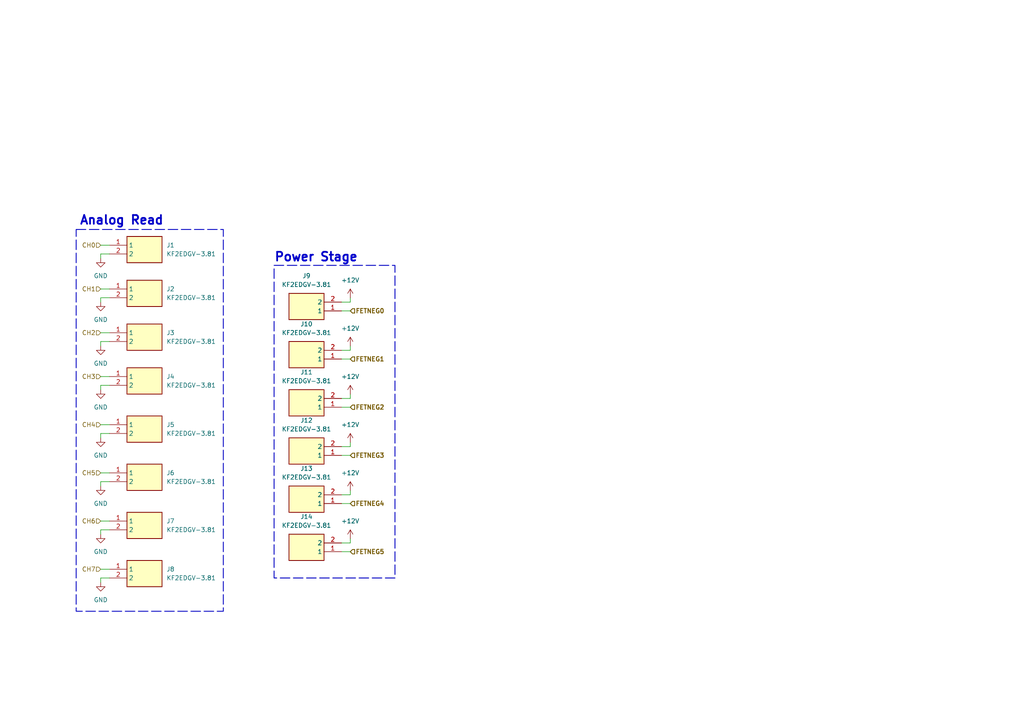
<source format=kicad_sch>
(kicad_sch
	(version 20231120)
	(generator "eeschema")
	(generator_version "8.0")
	(uuid "ebe01131-17f9-40af-b548-0f5add3ddfe6")
	(paper "A4")
	(title_block
		(title "BioReactify Master")
		(rev "400")
		(comment 1 "Controller & Measurement Board")
		(comment 2 "Alexis Saldivar")
	)
	(lib_symbols
		(symbol "SamacSys_Parts:KF2EDGV-3.81"
			(exclude_from_sim no)
			(in_bom yes)
			(on_board yes)
			(property "Reference" "J"
				(at 16.51 7.62 0)
				(effects
					(font
						(size 1.27 1.27)
					)
					(justify left top)
				)
			)
			(property "Value" "KF2EDGV-3.81"
				(at 16.51 5.08 0)
				(effects
					(font
						(size 1.27 1.27)
					)
					(justify left top)
				)
			)
			(property "Footprint" "SHDR2W80P0X381_1X2_862X700X920P"
				(at 16.51 -94.92 0)
				(effects
					(font
						(size 1.27 1.27)
					)
					(justify left top)
					(hide yes)
				)
			)
			(property "Datasheet" ""
				(at 16.51 -194.92 0)
				(effects
					(font
						(size 1.27 1.27)
					)
					(justify left top)
					(hide yes)
				)
			)
			(property "Description" "2 position header"
				(at 0 0 0)
				(effects
					(font
						(size 1.27 1.27)
					)
					(hide yes)
				)
			)
			(property "Height" "9.2"
				(at 16.51 -394.92 0)
				(effects
					(font
						(size 1.27 1.27)
					)
					(justify left top)
					(hide yes)
				)
			)
			(property "Manufacturer_Name" "CIXI KEFA ELECTRONICS"
				(at 16.51 -494.92 0)
				(effects
					(font
						(size 1.27 1.27)
					)
					(justify left top)
					(hide yes)
				)
			)
			(property "Manufacturer_Part_Number" "KF2EDGV-3.81"
				(at 16.51 -594.92 0)
				(effects
					(font
						(size 1.27 1.27)
					)
					(justify left top)
					(hide yes)
				)
			)
			(property "Mouser Part Number" ""
				(at 16.51 -694.92 0)
				(effects
					(font
						(size 1.27 1.27)
					)
					(justify left top)
					(hide yes)
				)
			)
			(property "Mouser Price/Stock" ""
				(at 16.51 -794.92 0)
				(effects
					(font
						(size 1.27 1.27)
					)
					(justify left top)
					(hide yes)
				)
			)
			(property "Arrow Part Number" ""
				(at 16.51 -894.92 0)
				(effects
					(font
						(size 1.27 1.27)
					)
					(justify left top)
					(hide yes)
				)
			)
			(property "Arrow Price/Stock" ""
				(at 16.51 -994.92 0)
				(effects
					(font
						(size 1.27 1.27)
					)
					(justify left top)
					(hide yes)
				)
			)
			(symbol "KF2EDGV-3.81_1_1"
				(rectangle
					(start 5.08 2.54)
					(end 15.24 -5.08)
					(stroke
						(width 0.254)
						(type default)
					)
					(fill
						(type background)
					)
				)
				(pin passive line
					(at 0 0 0)
					(length 5.08)
					(name "1"
						(effects
							(font
								(size 1.27 1.27)
							)
						)
					)
					(number "1"
						(effects
							(font
								(size 1.27 1.27)
							)
						)
					)
				)
				(pin passive line
					(at 0 -2.54 0)
					(length 5.08)
					(name "2"
						(effects
							(font
								(size 1.27 1.27)
							)
						)
					)
					(number "2"
						(effects
							(font
								(size 1.27 1.27)
							)
						)
					)
				)
			)
		)
		(symbol "power:+12V"
			(power)
			(pin_numbers hide)
			(pin_names
				(offset 0) hide)
			(exclude_from_sim no)
			(in_bom yes)
			(on_board yes)
			(property "Reference" "#PWR"
				(at 0 -3.81 0)
				(effects
					(font
						(size 1.27 1.27)
					)
					(hide yes)
				)
			)
			(property "Value" "+12V"
				(at 0 3.556 0)
				(effects
					(font
						(size 1.27 1.27)
					)
				)
			)
			(property "Footprint" ""
				(at 0 0 0)
				(effects
					(font
						(size 1.27 1.27)
					)
					(hide yes)
				)
			)
			(property "Datasheet" ""
				(at 0 0 0)
				(effects
					(font
						(size 1.27 1.27)
					)
					(hide yes)
				)
			)
			(property "Description" "Power symbol creates a global label with name \"+12V\""
				(at 0 0 0)
				(effects
					(font
						(size 1.27 1.27)
					)
					(hide yes)
				)
			)
			(property "ki_keywords" "global power"
				(at 0 0 0)
				(effects
					(font
						(size 1.27 1.27)
					)
					(hide yes)
				)
			)
			(symbol "+12V_0_1"
				(polyline
					(pts
						(xy -0.762 1.27) (xy 0 2.54)
					)
					(stroke
						(width 0)
						(type default)
					)
					(fill
						(type none)
					)
				)
				(polyline
					(pts
						(xy 0 0) (xy 0 2.54)
					)
					(stroke
						(width 0)
						(type default)
					)
					(fill
						(type none)
					)
				)
				(polyline
					(pts
						(xy 0 2.54) (xy 0.762 1.27)
					)
					(stroke
						(width 0)
						(type default)
					)
					(fill
						(type none)
					)
				)
			)
			(symbol "+12V_1_1"
				(pin power_in line
					(at 0 0 90)
					(length 0)
					(name "~"
						(effects
							(font
								(size 1.27 1.27)
							)
						)
					)
					(number "1"
						(effects
							(font
								(size 1.27 1.27)
							)
						)
					)
				)
			)
		)
		(symbol "power:GND"
			(power)
			(pin_numbers hide)
			(pin_names
				(offset 0) hide)
			(exclude_from_sim no)
			(in_bom yes)
			(on_board yes)
			(property "Reference" "#PWR"
				(at 0 -6.35 0)
				(effects
					(font
						(size 1.27 1.27)
					)
					(hide yes)
				)
			)
			(property "Value" "GND"
				(at 0 -3.81 0)
				(effects
					(font
						(size 1.27 1.27)
					)
				)
			)
			(property "Footprint" ""
				(at 0 0 0)
				(effects
					(font
						(size 1.27 1.27)
					)
					(hide yes)
				)
			)
			(property "Datasheet" ""
				(at 0 0 0)
				(effects
					(font
						(size 1.27 1.27)
					)
					(hide yes)
				)
			)
			(property "Description" "Power symbol creates a global label with name \"GND\" , ground"
				(at 0 0 0)
				(effects
					(font
						(size 1.27 1.27)
					)
					(hide yes)
				)
			)
			(property "ki_keywords" "global power"
				(at 0 0 0)
				(effects
					(font
						(size 1.27 1.27)
					)
					(hide yes)
				)
			)
			(symbol "GND_0_1"
				(polyline
					(pts
						(xy 0 0) (xy 0 -1.27) (xy 1.27 -1.27) (xy 0 -2.54) (xy -1.27 -1.27) (xy 0 -1.27)
					)
					(stroke
						(width 0)
						(type default)
					)
					(fill
						(type none)
					)
				)
			)
			(symbol "GND_1_1"
				(pin power_in line
					(at 0 0 270)
					(length 0)
					(name "~"
						(effects
							(font
								(size 1.27 1.27)
							)
						)
					)
					(number "1"
						(effects
							(font
								(size 1.27 1.27)
							)
						)
					)
				)
			)
		)
	)
	(wire
		(pts
			(xy 29.21 151.13) (xy 31.75 151.13)
		)
		(stroke
			(width 0)
			(type default)
		)
		(uuid "0559c115-574d-45f2-90b2-642040d1c8aa")
	)
	(wire
		(pts
			(xy 29.21 165.1) (xy 31.75 165.1)
		)
		(stroke
			(width 0)
			(type default)
		)
		(uuid "08285eb6-3be1-4d4a-9750-a424b1a5874c")
	)
	(wire
		(pts
			(xy 99.06 129.54) (xy 101.6 129.54)
		)
		(stroke
			(width 0)
			(type default)
		)
		(uuid "10cf836e-e977-42b0-bdec-76f90e13ac22")
	)
	(wire
		(pts
			(xy 99.06 146.05) (xy 101.6 146.05)
		)
		(stroke
			(width 0)
			(type default)
		)
		(uuid "11ad5c5a-b4cd-40f2-9c72-517187c9a1b5")
	)
	(wire
		(pts
			(xy 101.6 86.36) (xy 101.6 87.63)
		)
		(stroke
			(width 0)
			(type default)
		)
		(uuid "357236be-ff59-473d-aa36-3f39f7080942")
	)
	(wire
		(pts
			(xy 29.21 71.12) (xy 31.75 71.12)
		)
		(stroke
			(width 0)
			(type default)
		)
		(uuid "35abc6f8-0243-4878-a331-c866abfd48d1")
	)
	(wire
		(pts
			(xy 99.06 143.51) (xy 101.6 143.51)
		)
		(stroke
			(width 0)
			(type default)
		)
		(uuid "369fb501-14b1-4906-b607-de8d7eb5b46c")
	)
	(wire
		(pts
			(xy 29.21 111.76) (xy 29.21 113.03)
		)
		(stroke
			(width 0)
			(type default)
		)
		(uuid "402e56f5-cb73-44e4-93c6-6093a6a02d40")
	)
	(wire
		(pts
			(xy 29.21 167.64) (xy 29.21 168.91)
		)
		(stroke
			(width 0)
			(type default)
		)
		(uuid "4824b2f3-d6c9-41c6-acde-f9068da6795d")
	)
	(wire
		(pts
			(xy 29.21 125.73) (xy 29.21 127)
		)
		(stroke
			(width 0)
			(type default)
		)
		(uuid "51cbb8c7-cc7d-4219-a37f-ffa7af70b63e")
	)
	(wire
		(pts
			(xy 29.21 96.52) (xy 31.75 96.52)
		)
		(stroke
			(width 0)
			(type default)
		)
		(uuid "53fd6815-bd5a-4600-be33-462865acc43c")
	)
	(wire
		(pts
			(xy 29.21 139.7) (xy 29.21 140.97)
		)
		(stroke
			(width 0)
			(type default)
		)
		(uuid "5991ba6f-e471-4412-8421-383eaa660731")
	)
	(wire
		(pts
			(xy 31.75 111.76) (xy 29.21 111.76)
		)
		(stroke
			(width 0)
			(type default)
		)
		(uuid "5a1422da-8a80-4212-8b79-ccbcf734cd6d")
	)
	(wire
		(pts
			(xy 31.75 125.73) (xy 29.21 125.73)
		)
		(stroke
			(width 0)
			(type default)
		)
		(uuid "624ea20a-be9f-4551-8a05-1ced20805c00")
	)
	(wire
		(pts
			(xy 29.21 86.36) (xy 29.21 87.63)
		)
		(stroke
			(width 0)
			(type default)
		)
		(uuid "635b8b10-c6ce-428c-ab80-dc934b6cecdf")
	)
	(wire
		(pts
			(xy 31.75 139.7) (xy 29.21 139.7)
		)
		(stroke
			(width 0)
			(type default)
		)
		(uuid "639b6819-b878-4de3-b8b0-0c0dc923fc9f")
	)
	(wire
		(pts
			(xy 31.75 167.64) (xy 29.21 167.64)
		)
		(stroke
			(width 0)
			(type default)
		)
		(uuid "6d00e918-8044-4362-938a-80a79e3e1d90")
	)
	(wire
		(pts
			(xy 29.21 99.06) (xy 29.21 100.33)
		)
		(stroke
			(width 0)
			(type default)
		)
		(uuid "75376ba0-0ba6-4628-bc6f-aa73254bb404")
	)
	(wire
		(pts
			(xy 99.06 101.6) (xy 101.6 101.6)
		)
		(stroke
			(width 0)
			(type default)
		)
		(uuid "75c29254-3b93-4b72-93b5-d894b6e490b4")
	)
	(wire
		(pts
			(xy 99.06 90.17) (xy 101.6 90.17)
		)
		(stroke
			(width 0)
			(type default)
		)
		(uuid "7ec5c0b2-22f7-46a0-8611-1f7bae6282aa")
	)
	(wire
		(pts
			(xy 99.06 87.63) (xy 101.6 87.63)
		)
		(stroke
			(width 0)
			(type default)
		)
		(uuid "81a2e8a6-727b-4cb2-965a-a5e387d72ccf")
	)
	(wire
		(pts
			(xy 31.75 153.67) (xy 29.21 153.67)
		)
		(stroke
			(width 0)
			(type default)
		)
		(uuid "81cd95bb-6dbb-4c5d-b811-cfbe77ef7253")
	)
	(wire
		(pts
			(xy 31.75 99.06) (xy 29.21 99.06)
		)
		(stroke
			(width 0)
			(type default)
		)
		(uuid "89a9fe3d-8f55-42aa-80d6-81ef936eaf37")
	)
	(wire
		(pts
			(xy 29.21 153.67) (xy 29.21 154.94)
		)
		(stroke
			(width 0)
			(type default)
		)
		(uuid "8ec2c9a8-80ea-4b3c-9d65-2c404687d27a")
	)
	(wire
		(pts
			(xy 99.06 115.57) (xy 101.6 115.57)
		)
		(stroke
			(width 0)
			(type default)
		)
		(uuid "9cf8a10f-ee0e-44f4-ae72-1257ce17a42c")
	)
	(wire
		(pts
			(xy 29.21 123.19) (xy 31.75 123.19)
		)
		(stroke
			(width 0)
			(type default)
		)
		(uuid "abddb0ad-cb10-4e40-9709-d63540395cae")
	)
	(wire
		(pts
			(xy 29.21 109.22) (xy 31.75 109.22)
		)
		(stroke
			(width 0)
			(type default)
		)
		(uuid "b3f0f895-29fa-413d-a6b0-1664d4f70c93")
	)
	(wire
		(pts
			(xy 101.6 128.27) (xy 101.6 129.54)
		)
		(stroke
			(width 0)
			(type default)
		)
		(uuid "b90b042a-17db-46d1-8521-125e8d9ec69a")
	)
	(wire
		(pts
			(xy 99.06 104.14) (xy 101.6 104.14)
		)
		(stroke
			(width 0)
			(type default)
		)
		(uuid "bbc6e428-3693-491e-bbd4-7b1b5f4a536a")
	)
	(wire
		(pts
			(xy 101.6 114.3) (xy 101.6 115.57)
		)
		(stroke
			(width 0)
			(type default)
		)
		(uuid "be4650cb-4244-42f9-966f-53b5d56866cf")
	)
	(wire
		(pts
			(xy 101.6 142.24) (xy 101.6 143.51)
		)
		(stroke
			(width 0)
			(type default)
		)
		(uuid "be8c679f-82da-4b5b-a2d6-5c0de39d3aea")
	)
	(wire
		(pts
			(xy 29.21 83.82) (xy 31.75 83.82)
		)
		(stroke
			(width 0)
			(type default)
		)
		(uuid "beafcbe7-b4a5-44a4-9f2a-74998b23efb3")
	)
	(wire
		(pts
			(xy 31.75 86.36) (xy 29.21 86.36)
		)
		(stroke
			(width 0)
			(type default)
		)
		(uuid "c40b86df-fa1b-4acf-a8c1-904ef5461f3e")
	)
	(wire
		(pts
			(xy 99.06 132.08) (xy 101.6 132.08)
		)
		(stroke
			(width 0)
			(type default)
		)
		(uuid "ce38bb41-2b25-46af-b1b8-128ed9023af3")
	)
	(wire
		(pts
			(xy 99.06 118.11) (xy 101.6 118.11)
		)
		(stroke
			(width 0)
			(type default)
		)
		(uuid "e65d0641-cd21-4cb4-a045-3feb8c512d81")
	)
	(wire
		(pts
			(xy 31.75 73.66) (xy 29.21 73.66)
		)
		(stroke
			(width 0)
			(type default)
		)
		(uuid "e690e973-c94f-4b00-80a4-25ae0b302b07")
	)
	(wire
		(pts
			(xy 99.06 160.02) (xy 101.6 160.02)
		)
		(stroke
			(width 0)
			(type default)
		)
		(uuid "e950c823-e9a4-41c6-a7b9-9f1be9691529")
	)
	(wire
		(pts
			(xy 101.6 156.21) (xy 101.6 157.48)
		)
		(stroke
			(width 0)
			(type default)
		)
		(uuid "edd5aaed-81ad-43da-8b3a-c3df52763d59")
	)
	(wire
		(pts
			(xy 29.21 73.66) (xy 29.21 74.93)
		)
		(stroke
			(width 0)
			(type default)
		)
		(uuid "efd74fef-c075-4331-8654-a9d6628a3c36")
	)
	(wire
		(pts
			(xy 99.06 157.48) (xy 101.6 157.48)
		)
		(stroke
			(width 0)
			(type default)
		)
		(uuid "f2087c99-fb8c-4d6a-b4a3-9db34f1ea74d")
	)
	(wire
		(pts
			(xy 101.6 100.33) (xy 101.6 101.6)
		)
		(stroke
			(width 0)
			(type default)
		)
		(uuid "f567bb29-faaa-4550-933f-310d1a937320")
	)
	(wire
		(pts
			(xy 29.21 137.16) (xy 31.75 137.16)
		)
		(stroke
			(width 0)
			(type default)
		)
		(uuid "fcc70b7c-9b10-4bbb-aa10-2831ff582799")
	)
	(rectangle
		(start 22.098 66.548)
		(end 64.77 177.292)
		(stroke
			(width 0.254)
			(type dash)
		)
		(fill
			(type none)
		)
		(uuid 4666af80-ef20-47d3-bb3e-80cde7dd3fbb)
	)
	(rectangle
		(start 79.502 76.962)
		(end 114.554 167.64)
		(stroke
			(width 0.254)
			(type dash)
		)
		(fill
			(type none)
		)
		(uuid 8a3246ce-b4f4-47b3-8012-ab5b135f6170)
	)
	(text "Power Stage"
		(exclude_from_sim no)
		(at 91.694 74.676 0)
		(effects
			(font
				(size 2.54 2.54)
				(bold yes)
			)
		)
		(uuid "34433fc2-7983-47da-a8e5-7e19a5f9eab3")
	)
	(text "Analog Read"
		(exclude_from_sim no)
		(at 35.306 64.008 0)
		(effects
			(font
				(size 2.54 2.54)
				(thickness 0.508)
				(bold yes)
			)
		)
		(uuid "d9d37eab-7490-4e1f-ab43-e59a15a1a009")
	)
	(hierarchical_label "CH5"
		(shape input)
		(at 29.21 137.16 180)
		(fields_autoplaced yes)
		(effects
			(font
				(size 1.27 1.27)
			)
			(justify right)
		)
		(uuid "07e5d89f-ccb1-4397-923a-0f3bd42f6962")
	)
	(hierarchical_label "FETNEG4"
		(shape input)
		(at 101.6 146.05 0)
		(fields_autoplaced yes)
		(effects
			(font
				(size 1.27 1.27)
				(bold yes)
			)
			(justify left)
		)
		(uuid "0cbfc819-ba99-4221-a321-dd499ad96ba9")
	)
	(hierarchical_label "FETNEG2"
		(shape input)
		(at 101.6 118.11 0)
		(fields_autoplaced yes)
		(effects
			(font
				(size 1.27 1.27)
				(bold yes)
			)
			(justify left)
		)
		(uuid "11d9caa3-9182-4564-a4cb-bca0d03c4cc7")
	)
	(hierarchical_label "FETNEG5"
		(shape input)
		(at 101.6 160.02 0)
		(fields_autoplaced yes)
		(effects
			(font
				(size 1.27 1.27)
				(bold yes)
			)
			(justify left)
		)
		(uuid "2d74318c-66cc-4c48-94a4-7a99670ed5bd")
	)
	(hierarchical_label "CH7"
		(shape input)
		(at 29.21 165.1 180)
		(fields_autoplaced yes)
		(effects
			(font
				(size 1.27 1.27)
			)
			(justify right)
		)
		(uuid "33abf032-56a8-4d5f-ad36-951286d44de3")
	)
	(hierarchical_label "FETNEG3"
		(shape input)
		(at 101.6 132.08 0)
		(fields_autoplaced yes)
		(effects
			(font
				(size 1.27 1.27)
				(bold yes)
			)
			(justify left)
		)
		(uuid "38c7dbde-a908-419c-9061-797f0f743017")
	)
	(hierarchical_label "CH0"
		(shape input)
		(at 29.21 71.12 180)
		(fields_autoplaced yes)
		(effects
			(font
				(size 1.27 1.27)
			)
			(justify right)
		)
		(uuid "6c7e5c33-a55e-47af-9ed7-68eb71785b8f")
	)
	(hierarchical_label "FETNEG1"
		(shape input)
		(at 101.6 104.14 0)
		(fields_autoplaced yes)
		(effects
			(font
				(size 1.27 1.27)
				(bold yes)
			)
			(justify left)
		)
		(uuid "85029c0e-6836-4605-8f04-5f02b6bcc8d0")
	)
	(hierarchical_label "CH1"
		(shape input)
		(at 29.21 83.82 180)
		(fields_autoplaced yes)
		(effects
			(font
				(size 1.27 1.27)
			)
			(justify right)
		)
		(uuid "a81b9bc2-9f25-4d64-b126-6aa5acf6e0d3")
	)
	(hierarchical_label "CH3"
		(shape input)
		(at 29.21 109.22 180)
		(fields_autoplaced yes)
		(effects
			(font
				(size 1.27 1.27)
			)
			(justify right)
		)
		(uuid "ad64cca8-9b55-4700-9bb5-59b69c442001")
	)
	(hierarchical_label "CH4"
		(shape input)
		(at 29.21 123.19 180)
		(fields_autoplaced yes)
		(effects
			(font
				(size 1.27 1.27)
			)
			(justify right)
		)
		(uuid "c271f370-8e80-42b4-b7c9-ce16225ab5ec")
	)
	(hierarchical_label "CH6"
		(shape input)
		(at 29.21 151.13 180)
		(fields_autoplaced yes)
		(effects
			(font
				(size 1.27 1.27)
			)
			(justify right)
		)
		(uuid "c8f005bd-b4d5-4997-ae79-b6d717bef426")
	)
	(hierarchical_label "FETNEG0"
		(shape input)
		(at 101.6 90.17 0)
		(fields_autoplaced yes)
		(effects
			(font
				(size 1.27 1.27)
				(bold yes)
			)
			(justify left)
		)
		(uuid "cc1f14be-b67c-4c65-be25-18d985e4ee6a")
	)
	(hierarchical_label "CH2"
		(shape input)
		(at 29.21 96.52 180)
		(fields_autoplaced yes)
		(effects
			(font
				(size 1.27 1.27)
			)
			(justify right)
		)
		(uuid "dff8de8f-787b-4188-9db7-f7b394c35fc0")
	)
	(symbol
		(lib_id "power:+12V")
		(at 101.6 128.27 0)
		(unit 1)
		(exclude_from_sim no)
		(in_bom yes)
		(on_board yes)
		(dnp no)
		(fields_autoplaced yes)
		(uuid "00d3a455-0b24-4410-9f67-d567041cbd48")
		(property "Reference" "#PWR063"
			(at 101.6 132.08 0)
			(effects
				(font
					(size 1.27 1.27)
				)
				(hide yes)
			)
		)
		(property "Value" "+12V"
			(at 101.6 123.19 0)
			(effects
				(font
					(size 1.27 1.27)
				)
			)
		)
		(property "Footprint" ""
			(at 101.6 128.27 0)
			(effects
				(font
					(size 1.27 1.27)
				)
				(hide yes)
			)
		)
		(property "Datasheet" ""
			(at 101.6 128.27 0)
			(effects
				(font
					(size 1.27 1.27)
				)
				(hide yes)
			)
		)
		(property "Description" "Power symbol creates a global label with name \"+12V\""
			(at 101.6 128.27 0)
			(effects
				(font
					(size 1.27 1.27)
				)
				(hide yes)
			)
		)
		(pin "1"
			(uuid "67df0201-225b-48a0-918f-4a2078e2e845")
		)
		(instances
			(project "BioReactify"
				(path "/f275995d-e5b5-425a-b4cf-d04224d3feca/2cf8564d-f0d4-4280-b491-f7e6c60dc5eb"
					(reference "#PWR063")
					(unit 1)
				)
			)
		)
	)
	(symbol
		(lib_id "SamacSys_Parts:KF2EDGV-3.81")
		(at 31.75 123.19 0)
		(unit 1)
		(exclude_from_sim no)
		(in_bom yes)
		(on_board yes)
		(dnp no)
		(fields_autoplaced yes)
		(uuid "05223401-843d-493f-9df7-385841b8d07b")
		(property "Reference" "J5"
			(at 48.26 123.1899 0)
			(effects
				(font
					(size 1.27 1.27)
				)
				(justify left)
			)
		)
		(property "Value" "KF2EDGV-3.81"
			(at 48.26 125.7299 0)
			(effects
				(font
					(size 1.27 1.27)
				)
				(justify left)
			)
		)
		(property "Footprint" "SamacSys_Parts:SHDR2W80P0X381_1X2_862X700X920P"
			(at 48.26 218.11 0)
			(effects
				(font
					(size 1.27 1.27)
				)
				(justify left top)
				(hide yes)
			)
		)
		(property "Datasheet" ""
			(at 48.26 318.11 0)
			(effects
				(font
					(size 1.27 1.27)
				)
				(justify left top)
				(hide yes)
			)
		)
		(property "Description" "2 position header"
			(at 31.75 123.19 0)
			(effects
				(font
					(size 1.27 1.27)
				)
				(hide yes)
			)
		)
		(property "Height" "9.2"
			(at 48.26 518.11 0)
			(effects
				(font
					(size 1.27 1.27)
				)
				(justify left top)
				(hide yes)
			)
		)
		(property "Manufacturer_Name" "CIXI KEFA ELECTRONICS"
			(at 48.26 618.11 0)
			(effects
				(font
					(size 1.27 1.27)
				)
				(justify left top)
				(hide yes)
			)
		)
		(property "Manufacturer_Part_Number" "KF2EDGV-3.81"
			(at 48.26 718.11 0)
			(effects
				(font
					(size 1.27 1.27)
				)
				(justify left top)
				(hide yes)
			)
		)
		(property "Mouser Part Number" ""
			(at 48.26 818.11 0)
			(effects
				(font
					(size 1.27 1.27)
				)
				(justify left top)
				(hide yes)
			)
		)
		(property "Mouser Price/Stock" ""
			(at 48.26 918.11 0)
			(effects
				(font
					(size 1.27 1.27)
				)
				(justify left top)
				(hide yes)
			)
		)
		(property "Arrow Part Number" ""
			(at 48.26 1018.11 0)
			(effects
				(font
					(size 1.27 1.27)
				)
				(justify left top)
				(hide yes)
			)
		)
		(property "Arrow Price/Stock" ""
			(at 48.26 1118.11 0)
			(effects
				(font
					(size 1.27 1.27)
				)
				(justify left top)
				(hide yes)
			)
		)
		(pin "2"
			(uuid "fc0b0e20-44ca-4f04-be26-51381fe1f39f")
		)
		(pin "1"
			(uuid "7eb5a93e-46ea-4597-bc3e-5ddf89b7f0ec")
		)
		(instances
			(project "BioReactify"
				(path "/f275995d-e5b5-425a-b4cf-d04224d3feca/2cf8564d-f0d4-4280-b491-f7e6c60dc5eb"
					(reference "J5")
					(unit 1)
				)
			)
		)
	)
	(symbol
		(lib_id "power:GND")
		(at 29.21 87.63 0)
		(unit 1)
		(exclude_from_sim no)
		(in_bom yes)
		(on_board yes)
		(dnp no)
		(fields_autoplaced yes)
		(uuid "0eb3001c-3110-4ccf-a0f6-edb1fbf9a0c9")
		(property "Reference" "#PWR053"
			(at 29.21 93.98 0)
			(effects
				(font
					(size 1.27 1.27)
				)
				(hide yes)
			)
		)
		(property "Value" "GND"
			(at 29.21 92.71 0)
			(effects
				(font
					(size 1.27 1.27)
				)
			)
		)
		(property "Footprint" ""
			(at 29.21 87.63 0)
			(effects
				(font
					(size 1.27 1.27)
				)
				(hide yes)
			)
		)
		(property "Datasheet" ""
			(at 29.21 87.63 0)
			(effects
				(font
					(size 1.27 1.27)
				)
				(hide yes)
			)
		)
		(property "Description" "Power symbol creates a global label with name \"GND\" , ground"
			(at 29.21 87.63 0)
			(effects
				(font
					(size 1.27 1.27)
				)
				(hide yes)
			)
		)
		(pin "1"
			(uuid "eb347d17-f277-41ee-9a0a-f54ae02a1d68")
		)
		(instances
			(project "BioReactify"
				(path "/f275995d-e5b5-425a-b4cf-d04224d3feca/2cf8564d-f0d4-4280-b491-f7e6c60dc5eb"
					(reference "#PWR053")
					(unit 1)
				)
			)
		)
	)
	(symbol
		(lib_id "power:GND")
		(at 29.21 168.91 0)
		(unit 1)
		(exclude_from_sim no)
		(in_bom yes)
		(on_board yes)
		(dnp no)
		(fields_autoplaced yes)
		(uuid "0efe0cd2-87cc-4dc8-a61b-3a1c0188f77a")
		(property "Reference" "#PWR059"
			(at 29.21 175.26 0)
			(effects
				(font
					(size 1.27 1.27)
				)
				(hide yes)
			)
		)
		(property "Value" "GND"
			(at 29.21 173.99 0)
			(effects
				(font
					(size 1.27 1.27)
				)
			)
		)
		(property "Footprint" ""
			(at 29.21 168.91 0)
			(effects
				(font
					(size 1.27 1.27)
				)
				(hide yes)
			)
		)
		(property "Datasheet" ""
			(at 29.21 168.91 0)
			(effects
				(font
					(size 1.27 1.27)
				)
				(hide yes)
			)
		)
		(property "Description" "Power symbol creates a global label with name \"GND\" , ground"
			(at 29.21 168.91 0)
			(effects
				(font
					(size 1.27 1.27)
				)
				(hide yes)
			)
		)
		(pin "1"
			(uuid "986b44a1-3349-4a00-a55d-5364d1e57ba6")
		)
		(instances
			(project "BioReactify"
				(path "/f275995d-e5b5-425a-b4cf-d04224d3feca/2cf8564d-f0d4-4280-b491-f7e6c60dc5eb"
					(reference "#PWR059")
					(unit 1)
				)
			)
		)
	)
	(symbol
		(lib_id "power:GND")
		(at 29.21 100.33 0)
		(unit 1)
		(exclude_from_sim no)
		(in_bom yes)
		(on_board yes)
		(dnp no)
		(fields_autoplaced yes)
		(uuid "3491c558-4b5b-421b-8dcd-d55421f4eb9f")
		(property "Reference" "#PWR054"
			(at 29.21 106.68 0)
			(effects
				(font
					(size 1.27 1.27)
				)
				(hide yes)
			)
		)
		(property "Value" "GND"
			(at 29.21 105.41 0)
			(effects
				(font
					(size 1.27 1.27)
				)
			)
		)
		(property "Footprint" ""
			(at 29.21 100.33 0)
			(effects
				(font
					(size 1.27 1.27)
				)
				(hide yes)
			)
		)
		(property "Datasheet" ""
			(at 29.21 100.33 0)
			(effects
				(font
					(size 1.27 1.27)
				)
				(hide yes)
			)
		)
		(property "Description" "Power symbol creates a global label with name \"GND\" , ground"
			(at 29.21 100.33 0)
			(effects
				(font
					(size 1.27 1.27)
				)
				(hide yes)
			)
		)
		(pin "1"
			(uuid "f45ab456-9153-45cf-bb80-3d5fdee7e2b5")
		)
		(instances
			(project "BioReactify"
				(path "/f275995d-e5b5-425a-b4cf-d04224d3feca/2cf8564d-f0d4-4280-b491-f7e6c60dc5eb"
					(reference "#PWR054")
					(unit 1)
				)
			)
		)
	)
	(symbol
		(lib_id "power:GND")
		(at 29.21 140.97 0)
		(unit 1)
		(exclude_from_sim no)
		(in_bom yes)
		(on_board yes)
		(dnp no)
		(fields_autoplaced yes)
		(uuid "59dec870-f53c-4eda-b17a-42900dc0a9c4")
		(property "Reference" "#PWR057"
			(at 29.21 147.32 0)
			(effects
				(font
					(size 1.27 1.27)
				)
				(hide yes)
			)
		)
		(property "Value" "GND"
			(at 29.21 146.05 0)
			(effects
				(font
					(size 1.27 1.27)
				)
			)
		)
		(property "Footprint" ""
			(at 29.21 140.97 0)
			(effects
				(font
					(size 1.27 1.27)
				)
				(hide yes)
			)
		)
		(property "Datasheet" ""
			(at 29.21 140.97 0)
			(effects
				(font
					(size 1.27 1.27)
				)
				(hide yes)
			)
		)
		(property "Description" "Power symbol creates a global label with name \"GND\" , ground"
			(at 29.21 140.97 0)
			(effects
				(font
					(size 1.27 1.27)
				)
				(hide yes)
			)
		)
		(pin "1"
			(uuid "ff0aac33-39be-4f18-bd0a-875d2ac606bc")
		)
		(instances
			(project "BioReactify"
				(path "/f275995d-e5b5-425a-b4cf-d04224d3feca/2cf8564d-f0d4-4280-b491-f7e6c60dc5eb"
					(reference "#PWR057")
					(unit 1)
				)
			)
		)
	)
	(symbol
		(lib_id "SamacSys_Parts:KF2EDGV-3.81")
		(at 99.06 118.11 180)
		(unit 1)
		(exclude_from_sim no)
		(in_bom yes)
		(on_board yes)
		(dnp no)
		(fields_autoplaced yes)
		(uuid "658134e9-6f83-4d41-93a2-abb1ac9f3c4c")
		(property "Reference" "J11"
			(at 88.9 107.95 0)
			(effects
				(font
					(size 1.27 1.27)
				)
			)
		)
		(property "Value" "KF2EDGV-3.81"
			(at 88.9 110.49 0)
			(effects
				(font
					(size 1.27 1.27)
				)
			)
		)
		(property "Footprint" "SamacSys_Parts:SHDR2W80P0X381_1X2_862X700X920P"
			(at 82.55 23.19 0)
			(effects
				(font
					(size 1.27 1.27)
				)
				(justify left top)
				(hide yes)
			)
		)
		(property "Datasheet" ""
			(at 82.55 -76.81 0)
			(effects
				(font
					(size 1.27 1.27)
				)
				(justify left top)
				(hide yes)
			)
		)
		(property "Description" "2 position header"
			(at 99.06 118.11 0)
			(effects
				(font
					(size 1.27 1.27)
				)
				(hide yes)
			)
		)
		(property "Height" "9.2"
			(at 82.55 -276.81 0)
			(effects
				(font
					(size 1.27 1.27)
				)
				(justify left top)
				(hide yes)
			)
		)
		(property "Manufacturer_Name" "CIXI KEFA ELECTRONICS"
			(at 82.55 -376.81 0)
			(effects
				(font
					(size 1.27 1.27)
				)
				(justify left top)
				(hide yes)
			)
		)
		(property "Manufacturer_Part_Number" "KF2EDGV-3.81"
			(at 82.55 -476.81 0)
			(effects
				(font
					(size 1.27 1.27)
				)
				(justify left top)
				(hide yes)
			)
		)
		(property "Mouser Part Number" ""
			(at 82.55 -576.81 0)
			(effects
				(font
					(size 1.27 1.27)
				)
				(justify left top)
				(hide yes)
			)
		)
		(property "Mouser Price/Stock" ""
			(at 82.55 -676.81 0)
			(effects
				(font
					(size 1.27 1.27)
				)
				(justify left top)
				(hide yes)
			)
		)
		(property "Arrow Part Number" ""
			(at 82.55 -776.81 0)
			(effects
				(font
					(size 1.27 1.27)
				)
				(justify left top)
				(hide yes)
			)
		)
		(property "Arrow Price/Stock" ""
			(at 82.55 -876.81 0)
			(effects
				(font
					(size 1.27 1.27)
				)
				(justify left top)
				(hide yes)
			)
		)
		(pin "2"
			(uuid "1111c03f-0d86-425e-9ab0-266bcb982b94")
		)
		(pin "1"
			(uuid "74ae03d6-702f-4ee7-bab1-3dce26bd32a4")
		)
		(instances
			(project "BioReactify"
				(path "/f275995d-e5b5-425a-b4cf-d04224d3feca/2cf8564d-f0d4-4280-b491-f7e6c60dc5eb"
					(reference "J11")
					(unit 1)
				)
			)
		)
	)
	(symbol
		(lib_id "SamacSys_Parts:KF2EDGV-3.81")
		(at 31.75 71.12 0)
		(unit 1)
		(exclude_from_sim no)
		(in_bom yes)
		(on_board yes)
		(dnp no)
		(fields_autoplaced yes)
		(uuid "66d9122d-fe39-49ed-b0b8-04345cf2ab55")
		(property "Reference" "J1"
			(at 48.26 71.1199 0)
			(effects
				(font
					(size 1.27 1.27)
				)
				(justify left)
			)
		)
		(property "Value" "KF2EDGV-3.81"
			(at 48.26 73.6599 0)
			(effects
				(font
					(size 1.27 1.27)
				)
				(justify left)
			)
		)
		(property "Footprint" "SamacSys_Parts:SHDR2W80P0X381_1X2_862X700X920P"
			(at 48.26 166.04 0)
			(effects
				(font
					(size 1.27 1.27)
				)
				(justify left top)
				(hide yes)
			)
		)
		(property "Datasheet" ""
			(at 48.26 266.04 0)
			(effects
				(font
					(size 1.27 1.27)
				)
				(justify left top)
				(hide yes)
			)
		)
		(property "Description" "2 position header"
			(at 31.75 71.12 0)
			(effects
				(font
					(size 1.27 1.27)
				)
				(hide yes)
			)
		)
		(property "Height" "9.2"
			(at 48.26 466.04 0)
			(effects
				(font
					(size 1.27 1.27)
				)
				(justify left top)
				(hide yes)
			)
		)
		(property "Manufacturer_Name" "CIXI KEFA ELECTRONICS"
			(at 48.26 566.04 0)
			(effects
				(font
					(size 1.27 1.27)
				)
				(justify left top)
				(hide yes)
			)
		)
		(property "Manufacturer_Part_Number" "KF2EDGV-3.81"
			(at 48.26 666.04 0)
			(effects
				(font
					(size 1.27 1.27)
				)
				(justify left top)
				(hide yes)
			)
		)
		(property "Mouser Part Number" ""
			(at 48.26 766.04 0)
			(effects
				(font
					(size 1.27 1.27)
				)
				(justify left top)
				(hide yes)
			)
		)
		(property "Mouser Price/Stock" ""
			(at 48.26 866.04 0)
			(effects
				(font
					(size 1.27 1.27)
				)
				(justify left top)
				(hide yes)
			)
		)
		(property "Arrow Part Number" ""
			(at 48.26 966.04 0)
			(effects
				(font
					(size 1.27 1.27)
				)
				(justify left top)
				(hide yes)
			)
		)
		(property "Arrow Price/Stock" ""
			(at 48.26 1066.04 0)
			(effects
				(font
					(size 1.27 1.27)
				)
				(justify left top)
				(hide yes)
			)
		)
		(pin "2"
			(uuid "d93b89f0-d625-4d3e-abdb-095b71c5217d")
		)
		(pin "1"
			(uuid "87b8e132-9cbf-42c2-9adf-0dafd4dc5581")
		)
		(instances
			(project "BioReactify"
				(path "/f275995d-e5b5-425a-b4cf-d04224d3feca/2cf8564d-f0d4-4280-b491-f7e6c60dc5eb"
					(reference "J1")
					(unit 1)
				)
			)
		)
	)
	(symbol
		(lib_id "power:+12V")
		(at 101.6 100.33 0)
		(unit 1)
		(exclude_from_sim no)
		(in_bom yes)
		(on_board yes)
		(dnp no)
		(fields_autoplaced yes)
		(uuid "67035778-27f7-46a9-b1ed-cbf828f7821a")
		(property "Reference" "#PWR061"
			(at 101.6 104.14 0)
			(effects
				(font
					(size 1.27 1.27)
				)
				(hide yes)
			)
		)
		(property "Value" "+12V"
			(at 101.6 95.25 0)
			(effects
				(font
					(size 1.27 1.27)
				)
			)
		)
		(property "Footprint" ""
			(at 101.6 100.33 0)
			(effects
				(font
					(size 1.27 1.27)
				)
				(hide yes)
			)
		)
		(property "Datasheet" ""
			(at 101.6 100.33 0)
			(effects
				(font
					(size 1.27 1.27)
				)
				(hide yes)
			)
		)
		(property "Description" "Power symbol creates a global label with name \"+12V\""
			(at 101.6 100.33 0)
			(effects
				(font
					(size 1.27 1.27)
				)
				(hide yes)
			)
		)
		(pin "1"
			(uuid "eb8d55be-0553-4fb8-a406-8c904c8c78b4")
		)
		(instances
			(project "BioReactify"
				(path "/f275995d-e5b5-425a-b4cf-d04224d3feca/2cf8564d-f0d4-4280-b491-f7e6c60dc5eb"
					(reference "#PWR061")
					(unit 1)
				)
			)
		)
	)
	(symbol
		(lib_id "SamacSys_Parts:KF2EDGV-3.81")
		(at 31.75 137.16 0)
		(unit 1)
		(exclude_from_sim no)
		(in_bom yes)
		(on_board yes)
		(dnp no)
		(fields_autoplaced yes)
		(uuid "6a3fa3f4-164d-4c2c-82ee-2e501923bd2c")
		(property "Reference" "J6"
			(at 48.26 137.1599 0)
			(effects
				(font
					(size 1.27 1.27)
				)
				(justify left)
			)
		)
		(property "Value" "KF2EDGV-3.81"
			(at 48.26 139.6999 0)
			(effects
				(font
					(size 1.27 1.27)
				)
				(justify left)
			)
		)
		(property "Footprint" "SamacSys_Parts:SHDR2W80P0X381_1X2_862X700X920P"
			(at 48.26 232.08 0)
			(effects
				(font
					(size 1.27 1.27)
				)
				(justify left top)
				(hide yes)
			)
		)
		(property "Datasheet" ""
			(at 48.26 332.08 0)
			(effects
				(font
					(size 1.27 1.27)
				)
				(justify left top)
				(hide yes)
			)
		)
		(property "Description" "2 position header"
			(at 31.75 137.16 0)
			(effects
				(font
					(size 1.27 1.27)
				)
				(hide yes)
			)
		)
		(property "Height" "9.2"
			(at 48.26 532.08 0)
			(effects
				(font
					(size 1.27 1.27)
				)
				(justify left top)
				(hide yes)
			)
		)
		(property "Manufacturer_Name" "CIXI KEFA ELECTRONICS"
			(at 48.26 632.08 0)
			(effects
				(font
					(size 1.27 1.27)
				)
				(justify left top)
				(hide yes)
			)
		)
		(property "Manufacturer_Part_Number" "KF2EDGV-3.81"
			(at 48.26 732.08 0)
			(effects
				(font
					(size 1.27 1.27)
				)
				(justify left top)
				(hide yes)
			)
		)
		(property "Mouser Part Number" ""
			(at 48.26 832.08 0)
			(effects
				(font
					(size 1.27 1.27)
				)
				(justify left top)
				(hide yes)
			)
		)
		(property "Mouser Price/Stock" ""
			(at 48.26 932.08 0)
			(effects
				(font
					(size 1.27 1.27)
				)
				(justify left top)
				(hide yes)
			)
		)
		(property "Arrow Part Number" ""
			(at 48.26 1032.08 0)
			(effects
				(font
					(size 1.27 1.27)
				)
				(justify left top)
				(hide yes)
			)
		)
		(property "Arrow Price/Stock" ""
			(at 48.26 1132.08 0)
			(effects
				(font
					(size 1.27 1.27)
				)
				(justify left top)
				(hide yes)
			)
		)
		(pin "2"
			(uuid "9f314e17-e6cc-4290-93b5-1c14615e3a25")
		)
		(pin "1"
			(uuid "caf65ffe-4d76-4dc2-b135-bf4c6b6c0449")
		)
		(instances
			(project "BioReactify"
				(path "/f275995d-e5b5-425a-b4cf-d04224d3feca/2cf8564d-f0d4-4280-b491-f7e6c60dc5eb"
					(reference "J6")
					(unit 1)
				)
			)
		)
	)
	(symbol
		(lib_id "power:GND")
		(at 29.21 113.03 0)
		(unit 1)
		(exclude_from_sim no)
		(in_bom yes)
		(on_board yes)
		(dnp no)
		(fields_autoplaced yes)
		(uuid "6d061fc2-7aa0-4cb8-b378-40742785c947")
		(property "Reference" "#PWR055"
			(at 29.21 119.38 0)
			(effects
				(font
					(size 1.27 1.27)
				)
				(hide yes)
			)
		)
		(property "Value" "GND"
			(at 29.21 118.11 0)
			(effects
				(font
					(size 1.27 1.27)
				)
			)
		)
		(property "Footprint" ""
			(at 29.21 113.03 0)
			(effects
				(font
					(size 1.27 1.27)
				)
				(hide yes)
			)
		)
		(property "Datasheet" ""
			(at 29.21 113.03 0)
			(effects
				(font
					(size 1.27 1.27)
				)
				(hide yes)
			)
		)
		(property "Description" "Power symbol creates a global label with name \"GND\" , ground"
			(at 29.21 113.03 0)
			(effects
				(font
					(size 1.27 1.27)
				)
				(hide yes)
			)
		)
		(pin "1"
			(uuid "7e13f899-f5a6-4e2b-8c7a-213f8d31f089")
		)
		(instances
			(project "BioReactify"
				(path "/f275995d-e5b5-425a-b4cf-d04224d3feca/2cf8564d-f0d4-4280-b491-f7e6c60dc5eb"
					(reference "#PWR055")
					(unit 1)
				)
			)
		)
	)
	(symbol
		(lib_id "SamacSys_Parts:KF2EDGV-3.81")
		(at 31.75 83.82 0)
		(unit 1)
		(exclude_from_sim no)
		(in_bom yes)
		(on_board yes)
		(dnp no)
		(fields_autoplaced yes)
		(uuid "8667649a-2c42-4d2d-ac21-d0e08af2b2d6")
		(property "Reference" "J2"
			(at 48.26 83.8199 0)
			(effects
				(font
					(size 1.27 1.27)
				)
				(justify left)
			)
		)
		(property "Value" "KF2EDGV-3.81"
			(at 48.26 86.3599 0)
			(effects
				(font
					(size 1.27 1.27)
				)
				(justify left)
			)
		)
		(property "Footprint" "SamacSys_Parts:SHDR2W80P0X381_1X2_862X700X920P"
			(at 48.26 178.74 0)
			(effects
				(font
					(size 1.27 1.27)
				)
				(justify left top)
				(hide yes)
			)
		)
		(property "Datasheet" ""
			(at 48.26 278.74 0)
			(effects
				(font
					(size 1.27 1.27)
				)
				(justify left top)
				(hide yes)
			)
		)
		(property "Description" "2 position header"
			(at 31.75 83.82 0)
			(effects
				(font
					(size 1.27 1.27)
				)
				(hide yes)
			)
		)
		(property "Height" "9.2"
			(at 48.26 478.74 0)
			(effects
				(font
					(size 1.27 1.27)
				)
				(justify left top)
				(hide yes)
			)
		)
		(property "Manufacturer_Name" "CIXI KEFA ELECTRONICS"
			(at 48.26 578.74 0)
			(effects
				(font
					(size 1.27 1.27)
				)
				(justify left top)
				(hide yes)
			)
		)
		(property "Manufacturer_Part_Number" "KF2EDGV-3.81"
			(at 48.26 678.74 0)
			(effects
				(font
					(size 1.27 1.27)
				)
				(justify left top)
				(hide yes)
			)
		)
		(property "Mouser Part Number" ""
			(at 48.26 778.74 0)
			(effects
				(font
					(size 1.27 1.27)
				)
				(justify left top)
				(hide yes)
			)
		)
		(property "Mouser Price/Stock" ""
			(at 48.26 878.74 0)
			(effects
				(font
					(size 1.27 1.27)
				)
				(justify left top)
				(hide yes)
			)
		)
		(property "Arrow Part Number" ""
			(at 48.26 978.74 0)
			(effects
				(font
					(size 1.27 1.27)
				)
				(justify left top)
				(hide yes)
			)
		)
		(property "Arrow Price/Stock" ""
			(at 48.26 1078.74 0)
			(effects
				(font
					(size 1.27 1.27)
				)
				(justify left top)
				(hide yes)
			)
		)
		(pin "2"
			(uuid "efe9e1b9-e9b7-4360-be7c-d5b07094aba7")
		)
		(pin "1"
			(uuid "0c22e0ea-9965-4428-b648-abf8b3d93780")
		)
		(instances
			(project "BioReactify"
				(path "/f275995d-e5b5-425a-b4cf-d04224d3feca/2cf8564d-f0d4-4280-b491-f7e6c60dc5eb"
					(reference "J2")
					(unit 1)
				)
			)
		)
	)
	(symbol
		(lib_id "SamacSys_Parts:KF2EDGV-3.81")
		(at 31.75 109.22 0)
		(unit 1)
		(exclude_from_sim no)
		(in_bom yes)
		(on_board yes)
		(dnp no)
		(fields_autoplaced yes)
		(uuid "8ad2a1f4-71e7-4d4b-86ac-5954c44f0163")
		(property "Reference" "J4"
			(at 48.26 109.2199 0)
			(effects
				(font
					(size 1.27 1.27)
				)
				(justify left)
			)
		)
		(property "Value" "KF2EDGV-3.81"
			(at 48.26 111.7599 0)
			(effects
				(font
					(size 1.27 1.27)
				)
				(justify left)
			)
		)
		(property "Footprint" "SamacSys_Parts:SHDR2W80P0X381_1X2_862X700X920P"
			(at 48.26 204.14 0)
			(effects
				(font
					(size 1.27 1.27)
				)
				(justify left top)
				(hide yes)
			)
		)
		(property "Datasheet" ""
			(at 48.26 304.14 0)
			(effects
				(font
					(size 1.27 1.27)
				)
				(justify left top)
				(hide yes)
			)
		)
		(property "Description" "2 position header"
			(at 31.75 109.22 0)
			(effects
				(font
					(size 1.27 1.27)
				)
				(hide yes)
			)
		)
		(property "Height" "9.2"
			(at 48.26 504.14 0)
			(effects
				(font
					(size 1.27 1.27)
				)
				(justify left top)
				(hide yes)
			)
		)
		(property "Manufacturer_Name" "CIXI KEFA ELECTRONICS"
			(at 48.26 604.14 0)
			(effects
				(font
					(size 1.27 1.27)
				)
				(justify left top)
				(hide yes)
			)
		)
		(property "Manufacturer_Part_Number" "KF2EDGV-3.81"
			(at 48.26 704.14 0)
			(effects
				(font
					(size 1.27 1.27)
				)
				(justify left top)
				(hide yes)
			)
		)
		(property "Mouser Part Number" ""
			(at 48.26 804.14 0)
			(effects
				(font
					(size 1.27 1.27)
				)
				(justify left top)
				(hide yes)
			)
		)
		(property "Mouser Price/Stock" ""
			(at 48.26 904.14 0)
			(effects
				(font
					(size 1.27 1.27)
				)
				(justify left top)
				(hide yes)
			)
		)
		(property "Arrow Part Number" ""
			(at 48.26 1004.14 0)
			(effects
				(font
					(size 1.27 1.27)
				)
				(justify left top)
				(hide yes)
			)
		)
		(property "Arrow Price/Stock" ""
			(at 48.26 1104.14 0)
			(effects
				(font
					(size 1.27 1.27)
				)
				(justify left top)
				(hide yes)
			)
		)
		(pin "2"
			(uuid "2deac427-9ac3-4c26-82f8-b668bc41d74e")
		)
		(pin "1"
			(uuid "f86e0702-9dd4-49d9-a17b-ca4e7b6c19f3")
		)
		(instances
			(project "BioReactify"
				(path "/f275995d-e5b5-425a-b4cf-d04224d3feca/2cf8564d-f0d4-4280-b491-f7e6c60dc5eb"
					(reference "J4")
					(unit 1)
				)
			)
		)
	)
	(symbol
		(lib_id "SamacSys_Parts:KF2EDGV-3.81")
		(at 99.06 146.05 180)
		(unit 1)
		(exclude_from_sim no)
		(in_bom yes)
		(on_board yes)
		(dnp no)
		(fields_autoplaced yes)
		(uuid "946d358e-82b4-4d05-8f84-2904e9ca687b")
		(property "Reference" "J13"
			(at 88.9 135.89 0)
			(effects
				(font
					(size 1.27 1.27)
				)
			)
		)
		(property "Value" "KF2EDGV-3.81"
			(at 88.9 138.43 0)
			(effects
				(font
					(size 1.27 1.27)
				)
			)
		)
		(property "Footprint" "SamacSys_Parts:SHDR2W80P0X381_1X2_862X700X920P"
			(at 82.55 51.13 0)
			(effects
				(font
					(size 1.27 1.27)
				)
				(justify left top)
				(hide yes)
			)
		)
		(property "Datasheet" ""
			(at 82.55 -48.87 0)
			(effects
				(font
					(size 1.27 1.27)
				)
				(justify left top)
				(hide yes)
			)
		)
		(property "Description" "2 position header"
			(at 99.06 146.05 0)
			(effects
				(font
					(size 1.27 1.27)
				)
				(hide yes)
			)
		)
		(property "Height" "9.2"
			(at 82.55 -248.87 0)
			(effects
				(font
					(size 1.27 1.27)
				)
				(justify left top)
				(hide yes)
			)
		)
		(property "Manufacturer_Name" "CIXI KEFA ELECTRONICS"
			(at 82.55 -348.87 0)
			(effects
				(font
					(size 1.27 1.27)
				)
				(justify left top)
				(hide yes)
			)
		)
		(property "Manufacturer_Part_Number" "KF2EDGV-3.81"
			(at 82.55 -448.87 0)
			(effects
				(font
					(size 1.27 1.27)
				)
				(justify left top)
				(hide yes)
			)
		)
		(property "Mouser Part Number" ""
			(at 82.55 -548.87 0)
			(effects
				(font
					(size 1.27 1.27)
				)
				(justify left top)
				(hide yes)
			)
		)
		(property "Mouser Price/Stock" ""
			(at 82.55 -648.87 0)
			(effects
				(font
					(size 1.27 1.27)
				)
				(justify left top)
				(hide yes)
			)
		)
		(property "Arrow Part Number" ""
			(at 82.55 -748.87 0)
			(effects
				(font
					(size 1.27 1.27)
				)
				(justify left top)
				(hide yes)
			)
		)
		(property "Arrow Price/Stock" ""
			(at 82.55 -848.87 0)
			(effects
				(font
					(size 1.27 1.27)
				)
				(justify left top)
				(hide yes)
			)
		)
		(pin "2"
			(uuid "47852ada-4461-4a94-a8f2-fce87ce44971")
		)
		(pin "1"
			(uuid "02e76c32-1e0d-4a9b-8eba-c97c2709deb5")
		)
		(instances
			(project "BioReactify"
				(path "/f275995d-e5b5-425a-b4cf-d04224d3feca/2cf8564d-f0d4-4280-b491-f7e6c60dc5eb"
					(reference "J13")
					(unit 1)
				)
			)
		)
	)
	(symbol
		(lib_id "power:+12V")
		(at 101.6 142.24 0)
		(unit 1)
		(exclude_from_sim no)
		(in_bom yes)
		(on_board yes)
		(dnp no)
		(fields_autoplaced yes)
		(uuid "abf1eaf0-9bb4-44cb-9e21-61f33724b9a4")
		(property "Reference" "#PWR064"
			(at 101.6 146.05 0)
			(effects
				(font
					(size 1.27 1.27)
				)
				(hide yes)
			)
		)
		(property "Value" "+12V"
			(at 101.6 137.16 0)
			(effects
				(font
					(size 1.27 1.27)
				)
			)
		)
		(property "Footprint" ""
			(at 101.6 142.24 0)
			(effects
				(font
					(size 1.27 1.27)
				)
				(hide yes)
			)
		)
		(property "Datasheet" ""
			(at 101.6 142.24 0)
			(effects
				(font
					(size 1.27 1.27)
				)
				(hide yes)
			)
		)
		(property "Description" "Power symbol creates a global label with name \"+12V\""
			(at 101.6 142.24 0)
			(effects
				(font
					(size 1.27 1.27)
				)
				(hide yes)
			)
		)
		(pin "1"
			(uuid "abd735db-c2d5-4ef4-8e01-6ae78fadff80")
		)
		(instances
			(project "BioReactify"
				(path "/f275995d-e5b5-425a-b4cf-d04224d3feca/2cf8564d-f0d4-4280-b491-f7e6c60dc5eb"
					(reference "#PWR064")
					(unit 1)
				)
			)
		)
	)
	(symbol
		(lib_id "SamacSys_Parts:KF2EDGV-3.81")
		(at 31.75 165.1 0)
		(unit 1)
		(exclude_from_sim no)
		(in_bom yes)
		(on_board yes)
		(dnp no)
		(fields_autoplaced yes)
		(uuid "af0d0774-578c-41cd-9162-a9b529030571")
		(property "Reference" "J8"
			(at 48.26 165.0999 0)
			(effects
				(font
					(size 1.27 1.27)
				)
				(justify left)
			)
		)
		(property "Value" "KF2EDGV-3.81"
			(at 48.26 167.6399 0)
			(effects
				(font
					(size 1.27 1.27)
				)
				(justify left)
			)
		)
		(property "Footprint" "SamacSys_Parts:SHDR2W80P0X381_1X2_862X700X920P"
			(at 48.26 260.02 0)
			(effects
				(font
					(size 1.27 1.27)
				)
				(justify left top)
				(hide yes)
			)
		)
		(property "Datasheet" ""
			(at 48.26 360.02 0)
			(effects
				(font
					(size 1.27 1.27)
				)
				(justify left top)
				(hide yes)
			)
		)
		(property "Description" "2 position header"
			(at 31.75 165.1 0)
			(effects
				(font
					(size 1.27 1.27)
				)
				(hide yes)
			)
		)
		(property "Height" "9.2"
			(at 48.26 560.02 0)
			(effects
				(font
					(size 1.27 1.27)
				)
				(justify left top)
				(hide yes)
			)
		)
		(property "Manufacturer_Name" "CIXI KEFA ELECTRONICS"
			(at 48.26 660.02 0)
			(effects
				(font
					(size 1.27 1.27)
				)
				(justify left top)
				(hide yes)
			)
		)
		(property "Manufacturer_Part_Number" "KF2EDGV-3.81"
			(at 48.26 760.02 0)
			(effects
				(font
					(size 1.27 1.27)
				)
				(justify left top)
				(hide yes)
			)
		)
		(property "Mouser Part Number" ""
			(at 48.26 860.02 0)
			(effects
				(font
					(size 1.27 1.27)
				)
				(justify left top)
				(hide yes)
			)
		)
		(property "Mouser Price/Stock" ""
			(at 48.26 960.02 0)
			(effects
				(font
					(size 1.27 1.27)
				)
				(justify left top)
				(hide yes)
			)
		)
		(property "Arrow Part Number" ""
			(at 48.26 1060.02 0)
			(effects
				(font
					(size 1.27 1.27)
				)
				(justify left top)
				(hide yes)
			)
		)
		(property "Arrow Price/Stock" ""
			(at 48.26 1160.02 0)
			(effects
				(font
					(size 1.27 1.27)
				)
				(justify left top)
				(hide yes)
			)
		)
		(pin "2"
			(uuid "ea74931d-35cf-45c6-9b0b-b82c5d985f05")
		)
		(pin "1"
			(uuid "5feceeca-6345-4125-9387-b2ebca0b2deb")
		)
		(instances
			(project "BioReactify"
				(path "/f275995d-e5b5-425a-b4cf-d04224d3feca/2cf8564d-f0d4-4280-b491-f7e6c60dc5eb"
					(reference "J8")
					(unit 1)
				)
			)
		)
	)
	(symbol
		(lib_id "power:GND")
		(at 29.21 154.94 0)
		(unit 1)
		(exclude_from_sim no)
		(in_bom yes)
		(on_board yes)
		(dnp no)
		(fields_autoplaced yes)
		(uuid "afca7c7a-2f5a-4a3a-9cd3-9a389c1acaad")
		(property "Reference" "#PWR058"
			(at 29.21 161.29 0)
			(effects
				(font
					(size 1.27 1.27)
				)
				(hide yes)
			)
		)
		(property "Value" "GND"
			(at 29.21 160.02 0)
			(effects
				(font
					(size 1.27 1.27)
				)
			)
		)
		(property "Footprint" ""
			(at 29.21 154.94 0)
			(effects
				(font
					(size 1.27 1.27)
				)
				(hide yes)
			)
		)
		(property "Datasheet" ""
			(at 29.21 154.94 0)
			(effects
				(font
					(size 1.27 1.27)
				)
				(hide yes)
			)
		)
		(property "Description" "Power symbol creates a global label with name \"GND\" , ground"
			(at 29.21 154.94 0)
			(effects
				(font
					(size 1.27 1.27)
				)
				(hide yes)
			)
		)
		(pin "1"
			(uuid "6bdfe68c-171e-4e74-bf4b-c003269fcc0d")
		)
		(instances
			(project "BioReactify"
				(path "/f275995d-e5b5-425a-b4cf-d04224d3feca/2cf8564d-f0d4-4280-b491-f7e6c60dc5eb"
					(reference "#PWR058")
					(unit 1)
				)
			)
		)
	)
	(symbol
		(lib_id "SamacSys_Parts:KF2EDGV-3.81")
		(at 99.06 132.08 180)
		(unit 1)
		(exclude_from_sim no)
		(in_bom yes)
		(on_board yes)
		(dnp no)
		(fields_autoplaced yes)
		(uuid "d8625fd8-1d85-47a7-b243-84ec2b7a8d57")
		(property "Reference" "J12"
			(at 88.9 121.92 0)
			(effects
				(font
					(size 1.27 1.27)
				)
			)
		)
		(property "Value" "KF2EDGV-3.81"
			(at 88.9 124.46 0)
			(effects
				(font
					(size 1.27 1.27)
				)
			)
		)
		(property "Footprint" "SamacSys_Parts:SHDR2W80P0X381_1X2_862X700X920P"
			(at 82.55 37.16 0)
			(effects
				(font
					(size 1.27 1.27)
				)
				(justify left top)
				(hide yes)
			)
		)
		(property "Datasheet" ""
			(at 82.55 -62.84 0)
			(effects
				(font
					(size 1.27 1.27)
				)
				(justify left top)
				(hide yes)
			)
		)
		(property "Description" "2 position header"
			(at 99.06 132.08 0)
			(effects
				(font
					(size 1.27 1.27)
				)
				(hide yes)
			)
		)
		(property "Height" "9.2"
			(at 82.55 -262.84 0)
			(effects
				(font
					(size 1.27 1.27)
				)
				(justify left top)
				(hide yes)
			)
		)
		(property "Manufacturer_Name" "CIXI KEFA ELECTRONICS"
			(at 82.55 -362.84 0)
			(effects
				(font
					(size 1.27 1.27)
				)
				(justify left top)
				(hide yes)
			)
		)
		(property "Manufacturer_Part_Number" "KF2EDGV-3.81"
			(at 82.55 -462.84 0)
			(effects
				(font
					(size 1.27 1.27)
				)
				(justify left top)
				(hide yes)
			)
		)
		(property "Mouser Part Number" ""
			(at 82.55 -562.84 0)
			(effects
				(font
					(size 1.27 1.27)
				)
				(justify left top)
				(hide yes)
			)
		)
		(property "Mouser Price/Stock" ""
			(at 82.55 -662.84 0)
			(effects
				(font
					(size 1.27 1.27)
				)
				(justify left top)
				(hide yes)
			)
		)
		(property "Arrow Part Number" ""
			(at 82.55 -762.84 0)
			(effects
				(font
					(size 1.27 1.27)
				)
				(justify left top)
				(hide yes)
			)
		)
		(property "Arrow Price/Stock" ""
			(at 82.55 -862.84 0)
			(effects
				(font
					(size 1.27 1.27)
				)
				(justify left top)
				(hide yes)
			)
		)
		(pin "2"
			(uuid "35095d8d-9f99-4199-8be3-eb423b69e1d3")
		)
		(pin "1"
			(uuid "53219ffe-c0d2-4bd5-9e1d-fba04e76c47b")
		)
		(instances
			(project "BioReactify"
				(path "/f275995d-e5b5-425a-b4cf-d04224d3feca/2cf8564d-f0d4-4280-b491-f7e6c60dc5eb"
					(reference "J12")
					(unit 1)
				)
			)
		)
	)
	(symbol
		(lib_id "SamacSys_Parts:KF2EDGV-3.81")
		(at 99.06 104.14 180)
		(unit 1)
		(exclude_from_sim no)
		(in_bom yes)
		(on_board yes)
		(dnp no)
		(fields_autoplaced yes)
		(uuid "dc3378fe-b86e-4df2-9970-3bff599e46fa")
		(property "Reference" "J10"
			(at 88.9 93.98 0)
			(effects
				(font
					(size 1.27 1.27)
				)
			)
		)
		(property "Value" "KF2EDGV-3.81"
			(at 88.9 96.52 0)
			(effects
				(font
					(size 1.27 1.27)
				)
			)
		)
		(property "Footprint" "SamacSys_Parts:SHDR2W80P0X381_1X2_862X700X920P"
			(at 82.55 9.22 0)
			(effects
				(font
					(size 1.27 1.27)
				)
				(justify left top)
				(hide yes)
			)
		)
		(property "Datasheet" ""
			(at 82.55 -90.78 0)
			(effects
				(font
					(size 1.27 1.27)
				)
				(justify left top)
				(hide yes)
			)
		)
		(property "Description" "2 position header"
			(at 99.06 104.14 0)
			(effects
				(font
					(size 1.27 1.27)
				)
				(hide yes)
			)
		)
		(property "Height" "9.2"
			(at 82.55 -290.78 0)
			(effects
				(font
					(size 1.27 1.27)
				)
				(justify left top)
				(hide yes)
			)
		)
		(property "Manufacturer_Name" "CIXI KEFA ELECTRONICS"
			(at 82.55 -390.78 0)
			(effects
				(font
					(size 1.27 1.27)
				)
				(justify left top)
				(hide yes)
			)
		)
		(property "Manufacturer_Part_Number" "KF2EDGV-3.81"
			(at 82.55 -490.78 0)
			(effects
				(font
					(size 1.27 1.27)
				)
				(justify left top)
				(hide yes)
			)
		)
		(property "Mouser Part Number" ""
			(at 82.55 -590.78 0)
			(effects
				(font
					(size 1.27 1.27)
				)
				(justify left top)
				(hide yes)
			)
		)
		(property "Mouser Price/Stock" ""
			(at 82.55 -690.78 0)
			(effects
				(font
					(size 1.27 1.27)
				)
				(justify left top)
				(hide yes)
			)
		)
		(property "Arrow Part Number" ""
			(at 82.55 -790.78 0)
			(effects
				(font
					(size 1.27 1.27)
				)
				(justify left top)
				(hide yes)
			)
		)
		(property "Arrow Price/Stock" ""
			(at 82.55 -890.78 0)
			(effects
				(font
					(size 1.27 1.27)
				)
				(justify left top)
				(hide yes)
			)
		)
		(pin "2"
			(uuid "dd8dffb2-8985-49c7-b1b1-3143fc7e3812")
		)
		(pin "1"
			(uuid "018f1c94-f0eb-4807-a4f4-efd6fd9dc5da")
		)
		(instances
			(project "BioReactify"
				(path "/f275995d-e5b5-425a-b4cf-d04224d3feca/2cf8564d-f0d4-4280-b491-f7e6c60dc5eb"
					(reference "J10")
					(unit 1)
				)
			)
		)
	)
	(symbol
		(lib_id "power:GND")
		(at 29.21 74.93 0)
		(unit 1)
		(exclude_from_sim no)
		(in_bom yes)
		(on_board yes)
		(dnp no)
		(fields_autoplaced yes)
		(uuid "e186277c-b9f6-40b9-a090-99c1b5f04b77")
		(property "Reference" "#PWR052"
			(at 29.21 81.28 0)
			(effects
				(font
					(size 1.27 1.27)
				)
				(hide yes)
			)
		)
		(property "Value" "GND"
			(at 29.21 80.01 0)
			(effects
				(font
					(size 1.27 1.27)
				)
			)
		)
		(property "Footprint" ""
			(at 29.21 74.93 0)
			(effects
				(font
					(size 1.27 1.27)
				)
				(hide yes)
			)
		)
		(property "Datasheet" ""
			(at 29.21 74.93 0)
			(effects
				(font
					(size 1.27 1.27)
				)
				(hide yes)
			)
		)
		(property "Description" "Power symbol creates a global label with name \"GND\" , ground"
			(at 29.21 74.93 0)
			(effects
				(font
					(size 1.27 1.27)
				)
				(hide yes)
			)
		)
		(pin "1"
			(uuid "220ab524-0c89-48b0-a421-dd749ff13b26")
		)
		(instances
			(project "BioReactify"
				(path "/f275995d-e5b5-425a-b4cf-d04224d3feca/2cf8564d-f0d4-4280-b491-f7e6c60dc5eb"
					(reference "#PWR052")
					(unit 1)
				)
			)
		)
	)
	(symbol
		(lib_id "SamacSys_Parts:KF2EDGV-3.81")
		(at 31.75 151.13 0)
		(unit 1)
		(exclude_from_sim no)
		(in_bom yes)
		(on_board yes)
		(dnp no)
		(fields_autoplaced yes)
		(uuid "ee39b8d1-feab-4d9e-81a9-fe3e9815615c")
		(property "Reference" "J7"
			(at 48.26 151.1299 0)
			(effects
				(font
					(size 1.27 1.27)
				)
				(justify left)
			)
		)
		(property "Value" "KF2EDGV-3.81"
			(at 48.26 153.6699 0)
			(effects
				(font
					(size 1.27 1.27)
				)
				(justify left)
			)
		)
		(property "Footprint" "SamacSys_Parts:SHDR2W80P0X381_1X2_862X700X920P"
			(at 48.26 246.05 0)
			(effects
				(font
					(size 1.27 1.27)
				)
				(justify left top)
				(hide yes)
			)
		)
		(property "Datasheet" ""
			(at 48.26 346.05 0)
			(effects
				(font
					(size 1.27 1.27)
				)
				(justify left top)
				(hide yes)
			)
		)
		(property "Description" "2 position header"
			(at 31.75 151.13 0)
			(effects
				(font
					(size 1.27 1.27)
				)
				(hide yes)
			)
		)
		(property "Height" "9.2"
			(at 48.26 546.05 0)
			(effects
				(font
					(size 1.27 1.27)
				)
				(justify left top)
				(hide yes)
			)
		)
		(property "Manufacturer_Name" "CIXI KEFA ELECTRONICS"
			(at 48.26 646.05 0)
			(effects
				(font
					(size 1.27 1.27)
				)
				(justify left top)
				(hide yes)
			)
		)
		(property "Manufacturer_Part_Number" "KF2EDGV-3.81"
			(at 48.26 746.05 0)
			(effects
				(font
					(size 1.27 1.27)
				)
				(justify left top)
				(hide yes)
			)
		)
		(property "Mouser Part Number" ""
			(at 48.26 846.05 0)
			(effects
				(font
					(size 1.27 1.27)
				)
				(justify left top)
				(hide yes)
			)
		)
		(property "Mouser Price/Stock" ""
			(at 48.26 946.05 0)
			(effects
				(font
					(size 1.27 1.27)
				)
				(justify left top)
				(hide yes)
			)
		)
		(property "Arrow Part Number" ""
			(at 48.26 1046.05 0)
			(effects
				(font
					(size 1.27 1.27)
				)
				(justify left top)
				(hide yes)
			)
		)
		(property "Arrow Price/Stock" ""
			(at 48.26 1146.05 0)
			(effects
				(font
					(size 1.27 1.27)
				)
				(justify left top)
				(hide yes)
			)
		)
		(pin "2"
			(uuid "63c32ae7-0488-4220-b8f2-8de6c0b016d2")
		)
		(pin "1"
			(uuid "a0ebfd83-b710-40b7-a838-16b5e8435b54")
		)
		(instances
			(project "BioReactify"
				(path "/f275995d-e5b5-425a-b4cf-d04224d3feca/2cf8564d-f0d4-4280-b491-f7e6c60dc5eb"
					(reference "J7")
					(unit 1)
				)
			)
		)
	)
	(symbol
		(lib_id "SamacSys_Parts:KF2EDGV-3.81")
		(at 99.06 90.17 180)
		(unit 1)
		(exclude_from_sim no)
		(in_bom yes)
		(on_board yes)
		(dnp no)
		(fields_autoplaced yes)
		(uuid "f42dd3a0-1c68-4bcd-9b6e-d7415494e761")
		(property "Reference" "J9"
			(at 88.9 80.01 0)
			(effects
				(font
					(size 1.27 1.27)
				)
			)
		)
		(property "Value" "KF2EDGV-3.81"
			(at 88.9 82.55 0)
			(effects
				(font
					(size 1.27 1.27)
				)
			)
		)
		(property "Footprint" "SamacSys_Parts:SHDR2W80P0X381_1X2_862X700X920P"
			(at 82.55 -4.75 0)
			(effects
				(font
					(size 1.27 1.27)
				)
				(justify left top)
				(hide yes)
			)
		)
		(property "Datasheet" ""
			(at 82.55 -104.75 0)
			(effects
				(font
					(size 1.27 1.27)
				)
				(justify left top)
				(hide yes)
			)
		)
		(property "Description" "2 position header"
			(at 99.06 90.17 0)
			(effects
				(font
					(size 1.27 1.27)
				)
				(hide yes)
			)
		)
		(property "Height" "9.2"
			(at 82.55 -304.75 0)
			(effects
				(font
					(size 1.27 1.27)
				)
				(justify left top)
				(hide yes)
			)
		)
		(property "Manufacturer_Name" "CIXI KEFA ELECTRONICS"
			(at 82.55 -404.75 0)
			(effects
				(font
					(size 1.27 1.27)
				)
				(justify left top)
				(hide yes)
			)
		)
		(property "Manufacturer_Part_Number" "KF2EDGV-3.81"
			(at 82.55 -504.75 0)
			(effects
				(font
					(size 1.27 1.27)
				)
				(justify left top)
				(hide yes)
			)
		)
		(property "Mouser Part Number" ""
			(at 82.55 -604.75 0)
			(effects
				(font
					(size 1.27 1.27)
				)
				(justify left top)
				(hide yes)
			)
		)
		(property "Mouser Price/Stock" ""
			(at 82.55 -704.75 0)
			(effects
				(font
					(size 1.27 1.27)
				)
				(justify left top)
				(hide yes)
			)
		)
		(property "Arrow Part Number" ""
			(at 82.55 -804.75 0)
			(effects
				(font
					(size 1.27 1.27)
				)
				(justify left top)
				(hide yes)
			)
		)
		(property "Arrow Price/Stock" ""
			(at 82.55 -904.75 0)
			(effects
				(font
					(size 1.27 1.27)
				)
				(justify left top)
				(hide yes)
			)
		)
		(pin "2"
			(uuid "a13676ae-f8df-41d3-b55a-a13b1a7d794e")
		)
		(pin "1"
			(uuid "8d9b8db1-f8e8-4ff6-8a63-5f69d446a2e1")
		)
		(instances
			(project "BioReactify"
				(path "/f275995d-e5b5-425a-b4cf-d04224d3feca/2cf8564d-f0d4-4280-b491-f7e6c60dc5eb"
					(reference "J9")
					(unit 1)
				)
			)
		)
	)
	(symbol
		(lib_id "SamacSys_Parts:KF2EDGV-3.81")
		(at 99.06 160.02 180)
		(unit 1)
		(exclude_from_sim no)
		(in_bom yes)
		(on_board yes)
		(dnp no)
		(fields_autoplaced yes)
		(uuid "f692368e-85c6-42ff-af58-0ddd4a436b89")
		(property "Reference" "J14"
			(at 88.9 149.86 0)
			(effects
				(font
					(size 1.27 1.27)
				)
			)
		)
		(property "Value" "KF2EDGV-3.81"
			(at 88.9 152.4 0)
			(effects
				(font
					(size 1.27 1.27)
				)
			)
		)
		(property "Footprint" "SamacSys_Parts:SHDR2W80P0X381_1X2_862X700X920P"
			(at 82.55 65.1 0)
			(effects
				(font
					(size 1.27 1.27)
				)
				(justify left top)
				(hide yes)
			)
		)
		(property "Datasheet" ""
			(at 82.55 -34.9 0)
			(effects
				(font
					(size 1.27 1.27)
				)
				(justify left top)
				(hide yes)
			)
		)
		(property "Description" "2 position header"
			(at 99.06 160.02 0)
			(effects
				(font
					(size 1.27 1.27)
				)
				(hide yes)
			)
		)
		(property "Height" "9.2"
			(at 82.55 -234.9 0)
			(effects
				(font
					(size 1.27 1.27)
				)
				(justify left top)
				(hide yes)
			)
		)
		(property "Manufacturer_Name" "CIXI KEFA ELECTRONICS"
			(at 82.55 -334.9 0)
			(effects
				(font
					(size 1.27 1.27)
				)
				(justify left top)
				(hide yes)
			)
		)
		(property "Manufacturer_Part_Number" "KF2EDGV-3.81"
			(at 82.55 -434.9 0)
			(effects
				(font
					(size 1.27 1.27)
				)
				(justify left top)
				(hide yes)
			)
		)
		(property "Mouser Part Number" ""
			(at 82.55 -534.9 0)
			(effects
				(font
					(size 1.27 1.27)
				)
				(justify left top)
				(hide yes)
			)
		)
		(property "Mouser Price/Stock" ""
			(at 82.55 -634.9 0)
			(effects
				(font
					(size 1.27 1.27)
				)
				(justify left top)
				(hide yes)
			)
		)
		(property "Arrow Part Number" ""
			(at 82.55 -734.9 0)
			(effects
				(font
					(size 1.27 1.27)
				)
				(justify left top)
				(hide yes)
			)
		)
		(property "Arrow Price/Stock" ""
			(at 82.55 -834.9 0)
			(effects
				(font
					(size 1.27 1.27)
				)
				(justify left top)
				(hide yes)
			)
		)
		(pin "2"
			(uuid "aa4c3374-52b8-4f8b-9d9e-01541a857058")
		)
		(pin "1"
			(uuid "29c27e1f-9ab7-44fa-8890-cd2423a9a8e0")
		)
		(instances
			(project "BioReactify"
				(path "/f275995d-e5b5-425a-b4cf-d04224d3feca/2cf8564d-f0d4-4280-b491-f7e6c60dc5eb"
					(reference "J14")
					(unit 1)
				)
			)
		)
	)
	(symbol
		(lib_id "power:+12V")
		(at 101.6 156.21 0)
		(unit 1)
		(exclude_from_sim no)
		(in_bom yes)
		(on_board yes)
		(dnp no)
		(fields_autoplaced yes)
		(uuid "f7578db8-22e2-43e3-951e-f53c51458039")
		(property "Reference" "#PWR065"
			(at 101.6 160.02 0)
			(effects
				(font
					(size 1.27 1.27)
				)
				(hide yes)
			)
		)
		(property "Value" "+12V"
			(at 101.6 151.13 0)
			(effects
				(font
					(size 1.27 1.27)
				)
			)
		)
		(property "Footprint" ""
			(at 101.6 156.21 0)
			(effects
				(font
					(size 1.27 1.27)
				)
				(hide yes)
			)
		)
		(property "Datasheet" ""
			(at 101.6 156.21 0)
			(effects
				(font
					(size 1.27 1.27)
				)
				(hide yes)
			)
		)
		(property "Description" "Power symbol creates a global label with name \"+12V\""
			(at 101.6 156.21 0)
			(effects
				(font
					(size 1.27 1.27)
				)
				(hide yes)
			)
		)
		(pin "1"
			(uuid "36a3d532-e379-48f6-bed7-c2ad6f2fb380")
		)
		(instances
			(project "BioReactify"
				(path "/f275995d-e5b5-425a-b4cf-d04224d3feca/2cf8564d-f0d4-4280-b491-f7e6c60dc5eb"
					(reference "#PWR065")
					(unit 1)
				)
			)
		)
	)
	(symbol
		(lib_id "power:+12V")
		(at 101.6 114.3 0)
		(unit 1)
		(exclude_from_sim no)
		(in_bom yes)
		(on_board yes)
		(dnp no)
		(fields_autoplaced yes)
		(uuid "faf8755b-1ec4-4f3e-a432-168ac2c0dc75")
		(property "Reference" "#PWR062"
			(at 101.6 118.11 0)
			(effects
				(font
					(size 1.27 1.27)
				)
				(hide yes)
			)
		)
		(property "Value" "+12V"
			(at 101.6 109.22 0)
			(effects
				(font
					(size 1.27 1.27)
				)
			)
		)
		(property "Footprint" ""
			(at 101.6 114.3 0)
			(effects
				(font
					(size 1.27 1.27)
				)
				(hide yes)
			)
		)
		(property "Datasheet" ""
			(at 101.6 114.3 0)
			(effects
				(font
					(size 1.27 1.27)
				)
				(hide yes)
			)
		)
		(property "Description" "Power symbol creates a global label with name \"+12V\""
			(at 101.6 114.3 0)
			(effects
				(font
					(size 1.27 1.27)
				)
				(hide yes)
			)
		)
		(pin "1"
			(uuid "bd9c7eb6-b59b-4bd0-a3b8-0d680e909244")
		)
		(instances
			(project "BioReactify"
				(path "/f275995d-e5b5-425a-b4cf-d04224d3feca/2cf8564d-f0d4-4280-b491-f7e6c60dc5eb"
					(reference "#PWR062")
					(unit 1)
				)
			)
		)
	)
	(symbol
		(lib_id "power:GND")
		(at 29.21 127 0)
		(unit 1)
		(exclude_from_sim no)
		(in_bom yes)
		(on_board yes)
		(dnp no)
		(fields_autoplaced yes)
		(uuid "fb96532e-9a6c-42e6-ba36-12ae51c9b551")
		(property "Reference" "#PWR056"
			(at 29.21 133.35 0)
			(effects
				(font
					(size 1.27 1.27)
				)
				(hide yes)
			)
		)
		(property "Value" "GND"
			(at 29.21 132.08 0)
			(effects
				(font
					(size 1.27 1.27)
				)
			)
		)
		(property "Footprint" ""
			(at 29.21 127 0)
			(effects
				(font
					(size 1.27 1.27)
				)
				(hide yes)
			)
		)
		(property "Datasheet" ""
			(at 29.21 127 0)
			(effects
				(font
					(size 1.27 1.27)
				)
				(hide yes)
			)
		)
		(property "Description" "Power symbol creates a global label with name \"GND\" , ground"
			(at 29.21 127 0)
			(effects
				(font
					(size 1.27 1.27)
				)
				(hide yes)
			)
		)
		(pin "1"
			(uuid "1a7f430e-e886-4958-bdb6-5c8fa07df1f4")
		)
		(instances
			(project "BioReactify"
				(path "/f275995d-e5b5-425a-b4cf-d04224d3feca/2cf8564d-f0d4-4280-b491-f7e6c60dc5eb"
					(reference "#PWR056")
					(unit 1)
				)
			)
		)
	)
	(symbol
		(lib_id "power:+12V")
		(at 101.6 86.36 0)
		(unit 1)
		(exclude_from_sim no)
		(in_bom yes)
		(on_board yes)
		(dnp no)
		(fields_autoplaced yes)
		(uuid "fecd3677-8d5c-4522-aaed-a052dc4fe82a")
		(property "Reference" "#PWR060"
			(at 101.6 90.17 0)
			(effects
				(font
					(size 1.27 1.27)
				)
				(hide yes)
			)
		)
		(property "Value" "+12V"
			(at 101.6 81.28 0)
			(effects
				(font
					(size 1.27 1.27)
				)
			)
		)
		(property "Footprint" ""
			(at 101.6 86.36 0)
			(effects
				(font
					(size 1.27 1.27)
				)
				(hide yes)
			)
		)
		(property "Datasheet" ""
			(at 101.6 86.36 0)
			(effects
				(font
					(size 1.27 1.27)
				)
				(hide yes)
			)
		)
		(property "Description" "Power symbol creates a global label with name \"+12V\""
			(at 101.6 86.36 0)
			(effects
				(font
					(size 1.27 1.27)
				)
				(hide yes)
			)
		)
		(pin "1"
			(uuid "b1cc33d0-e561-460e-9ba5-7f028a3cff20")
		)
		(instances
			(project "BioReactify"
				(path "/f275995d-e5b5-425a-b4cf-d04224d3feca/2cf8564d-f0d4-4280-b491-f7e6c60dc5eb"
					(reference "#PWR060")
					(unit 1)
				)
			)
		)
	)
	(symbol
		(lib_id "SamacSys_Parts:KF2EDGV-3.81")
		(at 31.75 96.52 0)
		(unit 1)
		(exclude_from_sim no)
		(in_bom yes)
		(on_board yes)
		(dnp no)
		(fields_autoplaced yes)
		(uuid "ff192615-036a-489e-bc21-3481996534ac")
		(property "Reference" "J3"
			(at 48.26 96.5199 0)
			(effects
				(font
					(size 1.27 1.27)
				)
				(justify left)
			)
		)
		(property "Value" "KF2EDGV-3.81"
			(at 48.26 99.0599 0)
			(effects
				(font
					(size 1.27 1.27)
				)
				(justify left)
			)
		)
		(property "Footprint" "SamacSys_Parts:SHDR2W80P0X381_1X2_862X700X920P"
			(at 48.26 191.44 0)
			(effects
				(font
					(size 1.27 1.27)
				)
				(justify left top)
				(hide yes)
			)
		)
		(property "Datasheet" ""
			(at 48.26 291.44 0)
			(effects
				(font
					(size 1.27 1.27)
				)
				(justify left top)
				(hide yes)
			)
		)
		(property "Description" "2 position header"
			(at 31.75 96.52 0)
			(effects
				(font
					(size 1.27 1.27)
				)
				(hide yes)
			)
		)
		(property "Height" "9.2"
			(at 48.26 491.44 0)
			(effects
				(font
					(size 1.27 1.27)
				)
				(justify left top)
				(hide yes)
			)
		)
		(property "Manufacturer_Name" "CIXI KEFA ELECTRONICS"
			(at 48.26 591.44 0)
			(effects
				(font
					(size 1.27 1.27)
				)
				(justify left top)
				(hide yes)
			)
		)
		(property "Manufacturer_Part_Number" "KF2EDGV-3.81"
			(at 48.26 691.44 0)
			(effects
				(font
					(size 1.27 1.27)
				)
				(justify left top)
				(hide yes)
			)
		)
		(property "Mouser Part Number" ""
			(at 48.26 791.44 0)
			(effects
				(font
					(size 1.27 1.27)
				)
				(justify left top)
				(hide yes)
			)
		)
		(property "Mouser Price/Stock" ""
			(at 48.26 891.44 0)
			(effects
				(font
					(size 1.27 1.27)
				)
				(justify left top)
				(hide yes)
			)
		)
		(property "Arrow Part Number" ""
			(at 48.26 991.44 0)
			(effects
				(font
					(size 1.27 1.27)
				)
				(justify left top)
				(hide yes)
			)
		)
		(property "Arrow Price/Stock" ""
			(at 48.26 1091.44 0)
			(effects
				(font
					(size 1.27 1.27)
				)
				(justify left top)
				(hide yes)
			)
		)
		(pin "2"
			(uuid "c12ac151-2d14-45ae-8842-307f703cd0ac")
		)
		(pin "1"
			(uuid "e416a38e-3bed-4297-8228-887cfc94ad49")
		)
		(instances
			(project "BioReactify"
				(path "/f275995d-e5b5-425a-b4cf-d04224d3feca/2cf8564d-f0d4-4280-b491-f7e6c60dc5eb"
					(reference "J3")
					(unit 1)
				)
			)
		)
	)
)
</source>
